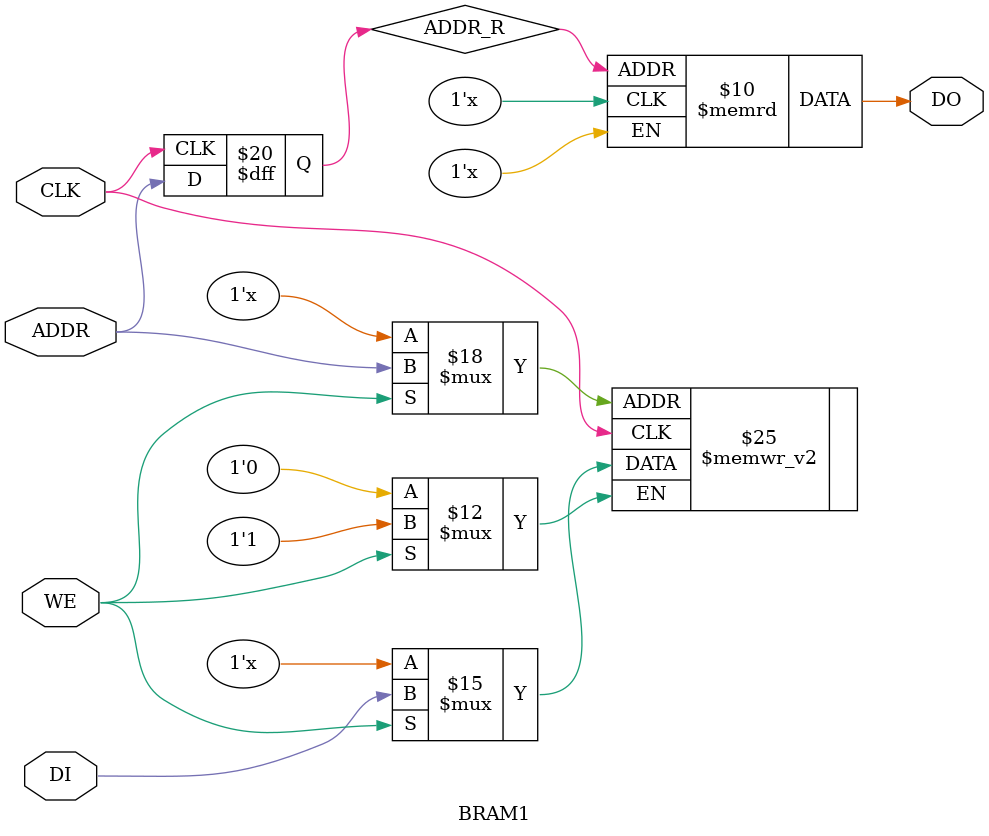
<source format=v>

`ifdef BSV_ASSIGNMENT_DELAY
`else
 `define BSV_ASSIGNMENT_DELAY
`endif

module BRAM1(CLK,
             WE,
             ADDR,
             DI,
             DO
             );

   // synopsys template
   parameter                      PIPELINED  = 0;
   parameter                      ADDR_WIDTH = 1;
   parameter                      DATA_WIDTH = 1;
   parameter                      MEMSIZE    = 1;

   
   input                          CLK;
   input                          WE;
   input [ADDR_WIDTH-1:0]         ADDR;
   input [DATA_WIDTH-1:0]         DI;
   output [DATA_WIDTH-1:0]        DO;

   reg [DATA_WIDTH-1:0]           RAM[0:MEMSIZE-1];
   reg [ADDR_WIDTH-1:0]           ADDR_R;
   reg [DATA_WIDTH-1:0]           DO_R;

`ifdef BSV_NO_INITIAL_BLOCKS
`else
   // synopsys translate_off
   integer                        i;
   initial
   begin : init_block
      for (i = 0; i < MEMSIZE; i = i + 1) begin
         RAM[i] = { ((DATA_WIDTH+1)/2) { 2'b10 } };
      end
      ADDR_R = { ((ADDR_WIDTH+1)/2) { 2'b10 } };
      DO_R = { ((DATA_WIDTH+1)/2) { 2'b10 } };
   end
   // synopsys translate_on
`endif // !`ifdef BSV_NO_INITIAL_BLOCKS

   always @(posedge CLK) begin
      if (WE)
        RAM[ADDR] <= `BSV_ASSIGNMENT_DELAY DI;
      ADDR_R    <= `BSV_ASSIGNMENT_DELAY ADDR;
      DO_R      <= `BSV_ASSIGNMENT_DELAY RAM[ADDR_R];
   end

   assign DO = (PIPELINED) ? DO_R : RAM[ADDR_R];

endmodule // BRAM1



</source>
